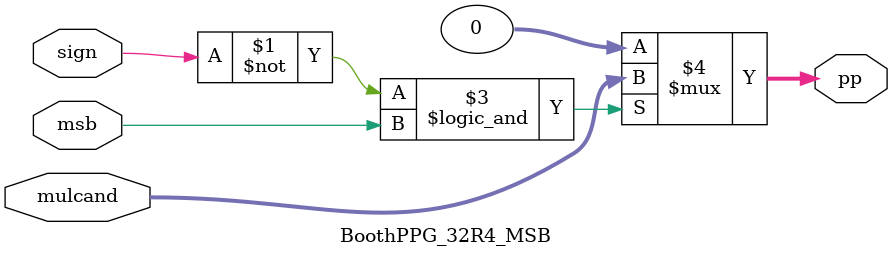
<source format=v>
module BoothPPG_32R4_MSB(mulcand,msb,sign,pp);
input wire[31:0] mulcand;
input wire msb;
input wire sign;

output wire[31:0] pp;

assign pp = ((sign == 0)&&(msb == 1))? mulcand : 32'b0;
    
endmodule

</source>
